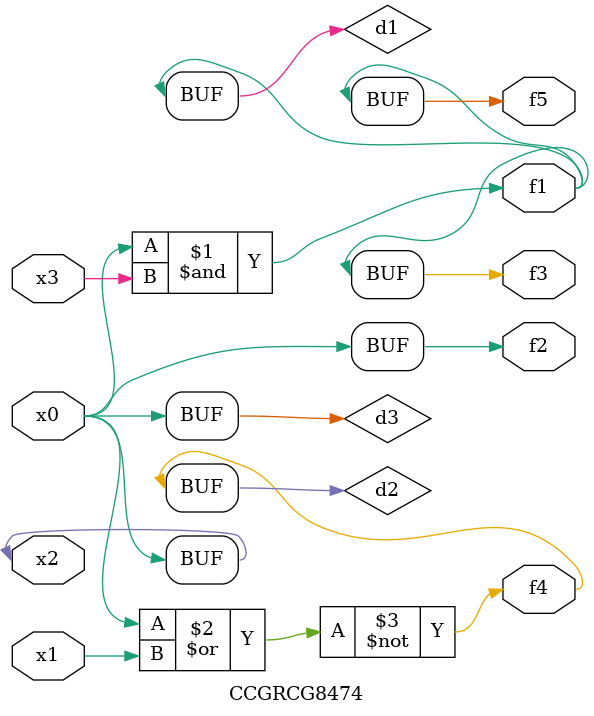
<source format=v>
module CCGRCG8474(
	input x0, x1, x2, x3,
	output f1, f2, f3, f4, f5
);

	wire d1, d2, d3;

	and (d1, x2, x3);
	nor (d2, x0, x1);
	buf (d3, x0, x2);
	assign f1 = d1;
	assign f2 = d3;
	assign f3 = d1;
	assign f4 = d2;
	assign f5 = d1;
endmodule

</source>
